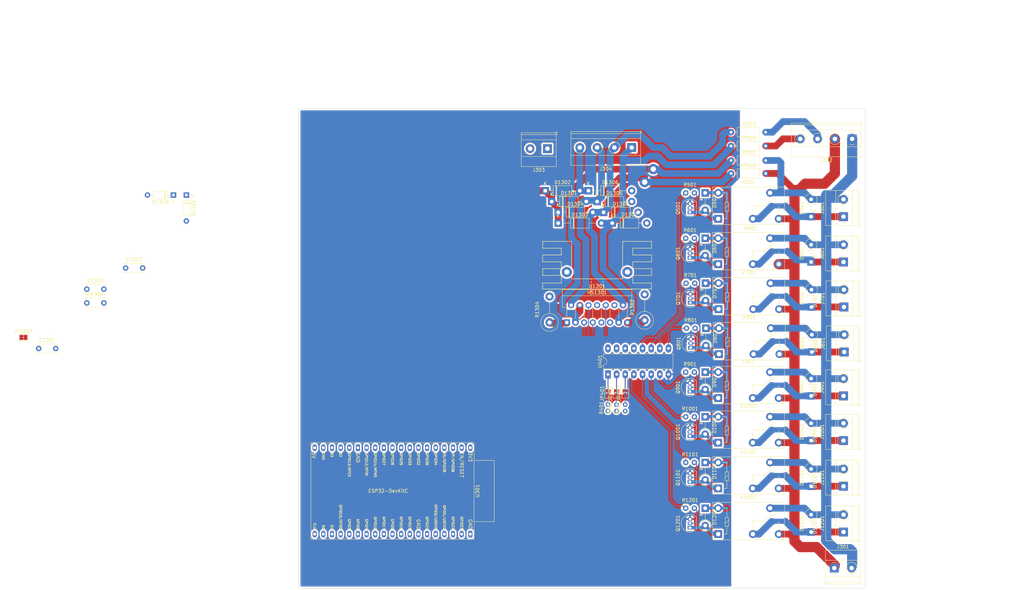
<source format=kicad_pcb>
(kicad_pcb (version 20211014) (generator pcbnew)

  (general
    (thickness 1.6)
  )

  (paper "A3" portrait)
  (layers
    (0 "F.Cu" signal)
    (31 "B.Cu" signal)
    (32 "B.Adhes" user "B.Adhesive")
    (33 "F.Adhes" user "F.Adhesive")
    (34 "B.Paste" user)
    (35 "F.Paste" user)
    (36 "B.SilkS" user "B.Silkscreen")
    (37 "F.SilkS" user "F.Silkscreen")
    (38 "B.Mask" user)
    (39 "F.Mask" user)
    (40 "Dwgs.User" user "User.Drawings")
    (41 "Cmts.User" user "User.Comments")
    (42 "Eco1.User" user "User.Eco1")
    (43 "Eco2.User" user "User.Eco2")
    (44 "Edge.Cuts" user)
    (45 "Margin" user)
    (46 "B.CrtYd" user "B.Courtyard")
    (47 "F.CrtYd" user "F.Courtyard")
    (48 "B.Fab" user)
    (49 "F.Fab" user)
    (50 "User.1" user "Nutzer.1")
    (51 "User.2" user "Nutzer.2")
    (52 "User.3" user "Nutzer.3")
    (53 "User.4" user "Nutzer.4")
    (54 "User.5" user "Nutzer.5")
    (55 "User.6" user "Nutzer.6")
    (56 "User.7" user "Nutzer.7")
    (57 "User.8" user "Nutzer.8")
    (58 "User.9" user "Nutzer.9")
  )

  (setup
    (stackup
      (layer "F.SilkS" (type "Top Silk Screen"))
      (layer "F.Paste" (type "Top Solder Paste"))
      (layer "F.Mask" (type "Top Solder Mask") (thickness 0.01))
      (layer "F.Cu" (type "copper") (thickness 0.035))
      (layer "dielectric 1" (type "core") (thickness 1.51) (material "FR4") (epsilon_r 4.5) (loss_tangent 0.02))
      (layer "B.Cu" (type "copper") (thickness 0.035))
      (layer "B.Mask" (type "Bottom Solder Mask") (thickness 0.01))
      (layer "B.Paste" (type "Bottom Solder Paste"))
      (layer "B.SilkS" (type "Bottom Silk Screen"))
      (copper_finish "None")
      (dielectric_constraints no)
    )
    (pad_to_mask_clearance 0)
    (pcbplotparams
      (layerselection 0x003ffff_ffffffff)
      (disableapertmacros false)
      (usegerberextensions false)
      (usegerberattributes true)
      (usegerberadvancedattributes true)
      (creategerberjobfile true)
      (svguseinch false)
      (svgprecision 6)
      (excludeedgelayer true)
      (plotframeref true)
      (viasonmask false)
      (mode 1)
      (useauxorigin false)
      (hpglpennumber 1)
      (hpglpenspeed 20)
      (hpglpendiameter 15.000000)
      (dxfpolygonmode true)
      (dxfimperialunits true)
      (dxfusepcbnewfont true)
      (psnegative false)
      (psa4output false)
      (plotreference true)
      (plotvalue true)
      (plotinvisibletext false)
      (sketchpadsonfab false)
      (subtractmaskfromsilk false)
      (outputformat 4)
      (mirror false)
      (drillshape 2)
      (scaleselection 1)
      (outputdirectory "Ausgaben/")
    )
  )

  (net 0 "")
  (net 1 "+12V")
  (net 2 "/Digital/Relais Ansteuerung/A")
  (net 3 "/Digital/Motortreiber/1Mess")
  (net 4 "/Digital/Relais Ansteuerung/B")
  (net 5 "Net-(Q501-Pad2)")
  (net 6 "GND")
  (net 7 "Net-(Q601-Pad2)")
  (net 8 "Net-(Q701-Pad2)")
  (net 9 "Net-(Q801-Pad2)")
  (net 10 "Net-(Q901-Pad2)")
  (net 11 "Net-(Q1001-Pad2)")
  (net 12 "Net-(Q1101-Pad2)")
  (net 13 "Net-(Q1201-Pad2)")
  (net 14 "/Digital/Motortreiber/2Mess")
  (net 15 "unconnected-(U401-Pad13)")
  (net 16 "/Digital/Relais Ansteuerung/SCL")
  (net 17 "/Digital/Relais Ansteuerung/Relais0/On")
  (net 18 "/Digital/Relais Ansteuerung/Relais1/On")
  (net 19 "/Digital/Relais Ansteuerung/Relais2/On")
  (net 20 "/Digital/Relais Ansteuerung/Relais3/On")
  (net 21 "/Digital/Relais Ansteuerung/Relais4/On")
  (net 22 "/Digital/Relais Ansteuerung/Relais5/On")
  (net 23 "/Digital/Relais Ansteuerung/Relais6/On")
  (net 24 "/Digital/Relais Ansteuerung/Relais7/On")
  (net 25 "/Digital/C")
  (net 26 "+3V3")
  (net 27 "unconnected-(U301-Pad2)")
  (net 28 "unconnected-(U301-Pad3)")
  (net 29 "unconnected-(U301-Pad4)")
  (net 30 "unconnected-(U301-Pad5)")
  (net 31 "unconnected-(U301-Pad6)")
  (net 32 "unconnected-(U301-Pad7)")
  (net 33 "unconnected-(U301-Pad8)")
  (net 34 "unconnected-(U301-Pad9)")
  (net 35 "unconnected-(U301-Pad10)")
  (net 36 "unconnected-(U301-Pad11)")
  (net 37 "unconnected-(U301-Pad12)")
  (net 38 "unconnected-(U301-Pad13)")
  (net 39 "unconnected-(U301-Pad14)")
  (net 40 "unconnected-(U301-Pad15)")
  (net 41 "unconnected-(U301-Pad16)")
  (net 42 "unconnected-(U301-Pad17)")
  (net 43 "unconnected-(U301-Pad18)")
  (net 44 "unconnected-(U301-Pad19)")
  (net 45 "/Digital/SCL")
  (net 46 "/Digital/SDA")
  (net 47 "unconnected-(U301-Pad22)")
  (net 48 "unconnected-(U301-Pad23)")
  (net 49 "unconnected-(U301-Pad24)")
  (net 50 "unconnected-(U301-Pad25)")
  (net 51 "unconnected-(U301-Pad26)")
  (net 52 "unconnected-(U301-Pad27)")
  (net 53 "unconnected-(U301-Pad28)")
  (net 54 "unconnected-(U301-Pad29)")
  (net 55 "unconnected-(U301-Pad30)")
  (net 56 "unconnected-(U301-Pad31)")
  (net 57 "unconnected-(U301-Pad32)")
  (net 58 "unconnected-(U301-Pad33)")
  (net 59 "unconnected-(U301-Pad34)")
  (net 60 "unconnected-(U301-Pad35)")
  (net 61 "unconnected-(U301-Pad36)")
  (net 62 "unconnected-(U301-Pad37)")
  (net 63 "unconnected-(U301-Pad38)")
  (net 64 "/Digital/D")
  (net 65 "/Digital/Relais Ansteuerung/Relais0/AB")
  (net 66 "/Digital/Relais Ansteuerung/Relais1/AB")
  (net 67 "/Digital/Relais Ansteuerung/Relais2/AB")
  (net 68 "/Digital/Relais Ansteuerung/Relais3/AB")
  (net 69 "/Digital/Relais Ansteuerung/Relais4/AB")
  (net 70 "/Digital/Relais Ansteuerung/Relais5/AB")
  (net 71 "/Digital/Relais Ansteuerung/Relais6/AB")
  (net 72 "/Digital/Relais Ansteuerung/Relais7/AB")
  (net 73 "/Digital/Relais Ansteuerung/Relais0/mitte")
  (net 74 "/Digital/Relais Ansteuerung/Relais1/mitte")
  (net 75 "/Digital/Relais Ansteuerung/Relais2/mitte")
  (net 76 "/Digital/Relais Ansteuerung/Relais3/mitte")
  (net 77 "/Digital/Relais Ansteuerung/Relais4/mitte")
  (net 78 "/Digital/Relais Ansteuerung/Relais5/mitte")
  (net 79 "/Digital/Relais Ansteuerung/Relais6/mitte")
  (net 80 "/Digital/Relais Ansteuerung/Relais7/mitte")
  (net 81 "/Digital/Motortreiber/M2B")
  (net 82 "/Digital/Motortreiber/M2A")
  (net 83 "/Digital/Motortreiber/M1B")
  (net 84 "/Digital/Motortreiber/M1A")
  (net 85 "/Digital/Motortreiber/1m")
  (net 86 "/Digital/Motortreiber/1A")
  (net 87 "/Digital/Motortreiber/1Enable")
  (net 88 "/Digital/Motortreiber/1B")
  (net 89 "+5V")
  (net 90 "/Digital/Motortreiber/2A")
  (net 91 "/Digital/Motortreiber/2Enable")
  (net 92 "/Digital/Motortreiber/2B")
  (net 93 "/Digital/Motortreiber/2m")
  (net 94 "/Digital/Motortreiber/GNDPWR")
  (net 95 "/Digital/Motortreiber/VS")
  (net 96 "Net-(JP401-Pad2)")
  (net 97 "Net-(JP402-Pad2)")
  (net 98 "Net-(JP403-Pad2)")

  (footprint "Diode_THT:D_DO-41_SOD81_P5.08mm_Vertical_KathodeUp" (layer "F.Cu") (at 178.541408 260.243591 90))

  (footprint "Diode_THT:D_DO-41_SOD81_P5.08mm_Vertical_KathodeUp" (layer "F.Cu") (at 147.32 226.695 -90))

  (footprint "TerminalBlock_Phoenix:TerminalBlock_Phoenix_MKDS-1,5-4-5.08_1x04_P5.08mm_Horizontal" (layer "F.Cu") (at 190.5 210.82 180))

  (footprint "Diode_THT:D_DO-41_SOD81_P5.08mm_Vertical_KathodeUp" (layer "F.Cu") (at 147.315 305.963591 -90))

  (footprint "Diode_THT:D_DO-41_SOD81_P5.08mm_Vertical_KathodeUp" (layer "F.Cu") (at 178.43 312.948591 90))

  (footprint "Resistor_THT:R_Axial_DIN0207_L6.3mm_D2.5mm_P10.16mm_Horizontal" (layer "F.Cu") (at 154.94 217.17))

  (footprint "Relay_THT:Relay_SPDT_Omron-G5Q-1" (layer "F.Cu") (at 151.251408 260.868591))

  (footprint "Resistor_THT:R_Axial_DIN0207_L6.3mm_D2.5mm_P2.54mm_Vertical" (layer "F.Cu") (at 141.605 279.4))

  (footprint "Resistor_THT:R_Axial_DIN0207_L6.3mm_D2.5mm_P2.54mm_Vertical" (layer "F.Cu") (at 141.711408 253.258591))

  (footprint "Diode_THT:D_DO-35_SOD27_P7.62mm_Horizontal" (layer "F.Cu") (at -5.08 227.33 -90))

  (footprint "Package_TO_SOT_THT:TO-92_Inline" (layer "F.Cu") (at 143.087817 272.202183 90))

  (footprint "Resistor_THT:R_Axial_DIN0207_L6.3mm_D2.5mm_P2.54mm_Vertical" (layer "F.Cu") (at 141.817817 266.487183))

  (footprint "Capacitor_THT:C_Disc_D6.0mm_W2.5mm_P5.00mm" (layer "F.Cu") (at -48.46 272.455))

  (footprint "Resistor_THT:R_Axial_DIN0516_L15.5mm_D5.0mm_P7.62mm_Vertical" (layer "F.Cu") (at 101.6 264.795 90))

  (footprint "Diode_THT:D_DO-41_SOD81_P12.70mm_Horizontal" (layer "F.Cu") (at 113.03 226.06))

  (footprint "Resistor_THT:R_Axial_DIN0204_L3.6mm_D1.6mm_P1.90mm_Vertical" (layer "F.Cu") (at 118.745 290.825 90))

  (footprint "Jumper:SolderJumper-2_P1.3mm_Open_TrianglePad1.0x1.5mm" (layer "F.Cu") (at 123.825 285.66 90))

  (footprint "Diode_THT:D_DO-41_SOD81_P10.16mm_Horizontal" (layer "F.Cu") (at 120.015 235.585))

  (footprint "Diode_THT:D_DO-41_SOD81_P12.70mm_Horizontal" (layer "F.Cu") (at 104.14 235.585))

  (footprint "Relay_THT:Relay_SPDT_Omron-G5Q-1" (layer "F.Cu") (at 151.357817 274.097183))

  (footprint "Diode_THT:D_DO-41_SOD81_P10.16mm_Horizontal" (layer "F.Cu") (at 115.57 229.235))

  (footprint "Resistor_THT:R_Axial_DIN0516_L15.5mm_D5.0mm_P7.62mm_Vertical" (layer "F.Cu") (at 129.54 264.16 90))

  (footprint "TerminalBlock_Phoenix:TerminalBlock_Phoenix_MKDS-1,5-2-5.08_1x02_P5.08mm_Horizontal" (layer "F.Cu") (at 100.97 213.69 180))

  (footprint "Diode_THT:D_DO-41_SOD81_P5.08mm_Vertical_KathodeUp" (layer "F.Cu") (at 178.435 233.68 90))

  (footprint "Jumper:SolderJumper-2_P1.3mm_Open_TrianglePad1.0x1.5mm" (layer "F.Cu") (at 121.285 285.66 90))

  (footprint "TerminalBlock_Phoenix:TerminalBlock_Phoenix_MKDS-1,5-2-5.08_1x02_P5.08mm_Horizontal" (layer "F.Cu") (at 187.96 286.385 90))

  (footprint "TerminalBlock_Phoenix:TerminalBlock_Phoenix_MKDS-1,5-2-5.08_1x02_P5.08mm_Horizontal" (layer "F.Cu") (at 187.96 326.39 90))

  (footprint "Diode_THT:D_DO-41_SOD81_P5.08mm_Vertical_KathodeUp" (layer "F.Cu") (at 147.32 319.405 -90))

  (footprint "Diode_THT:D_DO-41_SOD81_P5.08mm_Vertical_KathodeUp" (layer "F.Cu") (at 178.435 326.39 90))

  (footprint "TerminalBlock_Phoenix:TerminalBlock_Phoenix_MKDS-1,5-2-5.08_1x02_P5.08mm_Horizontal" (layer "F.Cu") (at 187.955 299.507183 90))

  (footprint "Resistor_THT:R_Axial_DIN0207_L6.3mm_D2.5mm_P2.54mm_Vertical" (layer "F.Cu") (at 141.6 305.963591))

  (footprint "Resistor_THT:R_Axial_DIN0207_L6.3mm_D2.5mm_P2.54mm_Vertical" (layer "F.Cu") (at 141.605 226.695))

  (footprint "Capacitor_THT:C_Disc_D6.0mm_W2.5mm_P5.00mm" (layer "F.Cu") (at -22.94 248.805))

  (footprint "Resistor_THT:R_Axial_DIN0207_L6.3mm_D2.5mm_P2.54mm_Vertical" (layer "F.Cu") (at 141.6 292.522183))

  (footprint "Resistor_THT:R_Axial_DIN0207_L6.3mm_D2.5mm_P10.16mm_Horizontal" (layer "F.Cu") (at 154.92 212.9))

  (footprint "Jumper:SolderJumper-2_P1.3mm_Bridged2Bar_Pad1.0x1.5mm" (layer "F.Cu") (at -52.95 269.195))

  (footprint "Diode_THT:D_DO-41_SOD81_P5.08mm_Vertical_KathodeUp" (layer "F.Cu") (at 178.647817 273.472183 90))

  (footprint "Relay_THT:Relay_SPDT_Omron-G5Q-1" (layer "F.Cu") (at 151.14 300.132183))

  (footprint "TerminalBlock_Phoenix:TerminalBlock_Phoenix_MKDS-1,5-2-5.08_1x02_P5.08mm_Horizontal" (layer "F.Cu") (at 187.955 312.948591 90))

  (footprint "Diode_THT:D_DO-41_SOD81_P5.08mm_Vertical_KathodeUp" (layer "F.Cu") (at 178.435 247.015 90))

  (footprint "TerminalBlock_Phoenix:TerminalBlock_Phoenix_MKDS-1,5-2-5.08_1x02_P5.08mm_Horizontal" (layer "F.Cu") (at 185.255 337.005))

  (footprint "TerminalBlock_Phoenix:TerminalBlock_Phoenix_MKDS-1,5-2-5.08_1x02_P5.08mm_Horizontal" (layer "F.Cu") (at 187.96 247.015 90))

  (footprint "TerminalBlock_Phoenix:TerminalBlock_Phoenix_MKDS-1,5-2-5.08_1x02_P5.08mm_Horizontal" (layer "F.Cu") (at 187.96 233.68 90))

  (footprint "Relay_THT:Relay_SPDT_Omron-G5Q-1" (layer "F.Cu")
    (tedit 5AE38B61) (tstamp 80fca733-c168-40f8-aa3e-ef2af39e44ae)
    (at 151.145 287.01)
    (descr "Relay SPDT Omron Serie G5Q, http://omronfs.omron.com/en_US/ecb/products/pdf/en-g5q.pdf")
    (tags "Relay SPDT Omron Serie G5Q")
    (property "Sheetfile" "Relais.kicad_sch")
    (property "Sheetname" "Relais4")
    (path "/c7d0284b-26f3-46a0-a20a-63616420e27a/e5b83e64-c70c-4e3c-91cb-1e480aa92410/6e0b3374-cc40-48d8-8204-7a6599bd6a9c/072f3060-c1a0-42b8-ae47-a3aff17bbc44")
    (attr through_hole)
    (fp_text reference "K901" (at 8.89 -10.785 180) (layer "F.SilkS")
      (effects (font (size 1 1) (thickness 0.15)))
      (tstamp 68c20978-7335-4b7d-829a-9f946fa82c0a)
    )
    (fp_text value "G5Q-1" (at 6.335 -5.705 180) (layer "F.Fab")
      (effects (font (size 1 1) (thickness 0.15)))
      (tstamp 0e5f6f67-3b60-4df4-8b2c-4b53fae774ad)
    )
    (fp_text user "${REFERENCE}" (at 8.89 -3.81) (layer "F.Fab")
      (effects (font (size 1 1) (thickness 0.15)))
      (tstamp 43e472fb-f388-43ab-bfa8-872f640b99f1)
    )
    (fp_line (start 1.27 0) (end 2.54 0) (layer "F.SilkS") (width 0.12) (tstamp 001832cd-02e2-4ae1-8c5a-870988487586))
    (fp_line (start 2.03 -2.29) (end 2.03 -4.83) (layer "F.SilkS") (width 0.12) (tstamp 0520f108-880d-4bdc-8fc0-e01e0f32b54c))
    (fp_line (start 2.54 -4.83) (end 2.54 -7.62) (layer "F.SilkS") (width 0.12) (tstamp 254558bc-231b-47f0-9190-ed3f2c8c810d))
    (fp_line (start -1.68 -9.31) (end 19.46 -9.31) (layer "F.SilkS") (width 0.12) (tstamp 2dca4626-d6fa-4d2e-a419-ef601c28b470))
    (fp_line (start 10.16 -1.27) (end 10.16 -3.81) (layer "F.SilkS") (width 0.12) (tstamp 37d926a8-8045-4b9d-af26-7910250b9a51))
    (fp_line (start 17.78 -1.27) (end 17.78 -3.81) (layer "F.SilkS") (width 0.12) (tstamp 3d78aabf-5ac1-486d-9eed-c3085e020118))
    (fp_line (start 10.16 -3.81) (end 13.335 -3.81) (layer "F.SilkS") (width 0.12) (tstamp 48717641-757a-479f-899a-cdeb8a4c3a7e))
    (fp_line (start 3.05 -2.29) (end 2.54 -2.29) (layer "F.SilkS") (width 0.12) (tstamp 4bc2d6e3-81e4-4043-821a-9290c5ff7a5d))
    (fp_line (start 19.46 1.69) (end 19.46 -9.31) (layer "F.SilkS") (width 0.12) (tstamp 50b87bf0-3fe8-44af-9fb3-c801749a6cd1))
    (fp_line (start 2.54 -2.29) (end 2.03 -2.29) (layer "F.SilkS") (width 0.12) (tstamp 57c298fa-acc6-450b-9829-e70706292824))
    (fp_line (start 2.54 -4.83) (end 3.05 -4.83) (layer "F.SilkS") (width 0.12) (tstamp 683f0edb-9d08-416a-a32b-8a2f2182657b))
    (fp_line (start 2.54 -7.62) (end 1.27 -7.62) (layer "F.SilkS") (width 0.12) (tstamp 6c417f33-c81f-4c85-a17f-989b766041a9))
    (fp_line (start 2.54 0) (end 2.54 -2.29) (layer "F.SilkS") (width 0.12) (tstamp adf50910-bf9b-4217-b291-95099e30e958))
    (fp_line (start 2.03 -4.83) (end 2.54 -4.83) (layer "F.SilkS") (width 0.12) (tstamp c537111b-b265-40a8-a696-906b8a2323f8))
    (fp_line (start 15.24 -6.35) (end 15.24 -5.08) (layer "F.SilkS") (width 0.12) (tstamp df72d8fe-3fb3-4d69-bb3c-2bcdb1582b6f))
    (fp_line (start -1.68 1.69) (end 19.46 1.69) (layer "F.SilkS") (width 0.12) (tstamp e5cac89a-5801-4af5-975d-4d0402cd61d7))
    (fp_line (start 13.335 -3.81) (end 17.145 -6.35) (layer "F.SilkS") (width 0.12) (tstamp e6c752da-006f-4822-8f97-5a4738894557))
    (fp_line (start -1.68 1.69) (end -1.68 -9.31) (layer "F.SilkS") (width 0.12) (tstamp ed1221ba-623f-4e94-98d1-3000666d3461))
    (fp_line (start 2.03 -3.05) (end 3.05 -4.06) (layer "F.SilkS") (width 0.12) (tstamp ede08938-0794-4dca-ac79-097ec7e89401))
    (fp_line (start 3.05 -4.83) (end 3.05 -2.29) (layer "F.SilkS") (width 0.12) (tstamp ee5ae26f-9927-41c4-8e47-46a944c12be7))
    (fp_circle (center 13.335 -3.81) (end 13.462 -3.81) (layer "F.SilkS") (width 0.12) (fill none) (tstamp 36e9c5f3-6098-4755-af9e-a37455ecd4b8))
    (fp_line (start 19.7 -9.55) (end 19.7 1.95) (layer "F.CrtYd") (width 0.05) (tstamp 24523058-867a-45b5-b258-73322eda57b7))
    (fp_line (start 19.7 1.95) (end -1.95 1.95) (layer "F.CrtYd") (width 0.05) (tstamp 864742c6-e578-4e58-ac11-beabb2f9919a))
    (fp_line (start -1.95 1.95) (end -1.95 -9.55) (layer "F.CrtYd") (width 0.05) (tstamp 8c5dde7a-04e9-4fa3-b8f4-5614470da5f4))
    (fp_line (start -1.95 -9.55) (end 19.7 -9.55) (layer "F.CrtYd") (width 0.05) (tstamp c340d5ea-f712-4425-a5e8-382fef06fb75))
    (fp_line (start -1.18 1.19) (end -1.18 -8.81) (layer "F.Fab") (width 0.1) (tstamp 0b5c5f9f-e2f8-48dc-8e26-011046b41b79))
    (fp_line (start 18.96 1.19) (end -1.18 1.19) (layer "F.Fab") (width 0.1) (tstamp 3dcebe0b-0359-460d-a048-cfe118752368))
    (fp_line (start 0 -1) (end 0 -6.5) (layer "F.Fab") (width 0.1) (tstamp 5b66684c-24e9-43b3-b020-e4d8ab6e8c39))
    (fp_line (start 18.96 -8.81) (end 18.96 1.19) (layer "F.Fab") (width 0.1) (tstamp 5f93295f-9feb-4d99-aef4-1aeacf35390c))
    (fp_line (start -1.18 -8.81) (end 18.96 -8.81) (layer "F.Fab") (width 0.1) (tstamp 7cc5bd1b-47e3-4193-b8a4-ff2a5e75f1c2))
    (pad "1" thru_hole rect (at 0 0 180) (size 2.3 2.3) (drill 1.3) (layers *.Cu *.Mask)
      (net 77 "/Digital/Relais Ansteuerung/Relais4/mitte") (pintype "passive") (tstamp 5341572f-8b89-4e6f-90bb-52a49ae8d993))
    (pad "2" thru_hole circle (at 10.16 0 180) (size 2.3 2.3) (drill 1.3) (layers *.Cu *.Mask)
      (net 69 "/Digital/Relais Ansteuerung/Relais4/AB") (pintype "passive") (tstamp b5d2fa5b-d0f1-461d-becd-94cfa6973d69))
    (pad "3" thru_hole circle (at 17.78 0 180) (size 2.3 2.3) (drill 1.3) (layers *.Cu *.Mask)
      (net 4 "/Digital/Relais Ansteuerung/B") (pintype "passive") (tstamp 46633282-0359-49ca-8a17-3d0d39ec0cf4))
    (pad "4" thru_hole circle (at 15.24 -7.62 180) (size 2.3 2.3) (drill 1.3) (layers *.Cu *.Mask)
     
... [1196660 chars truncated]
</source>
